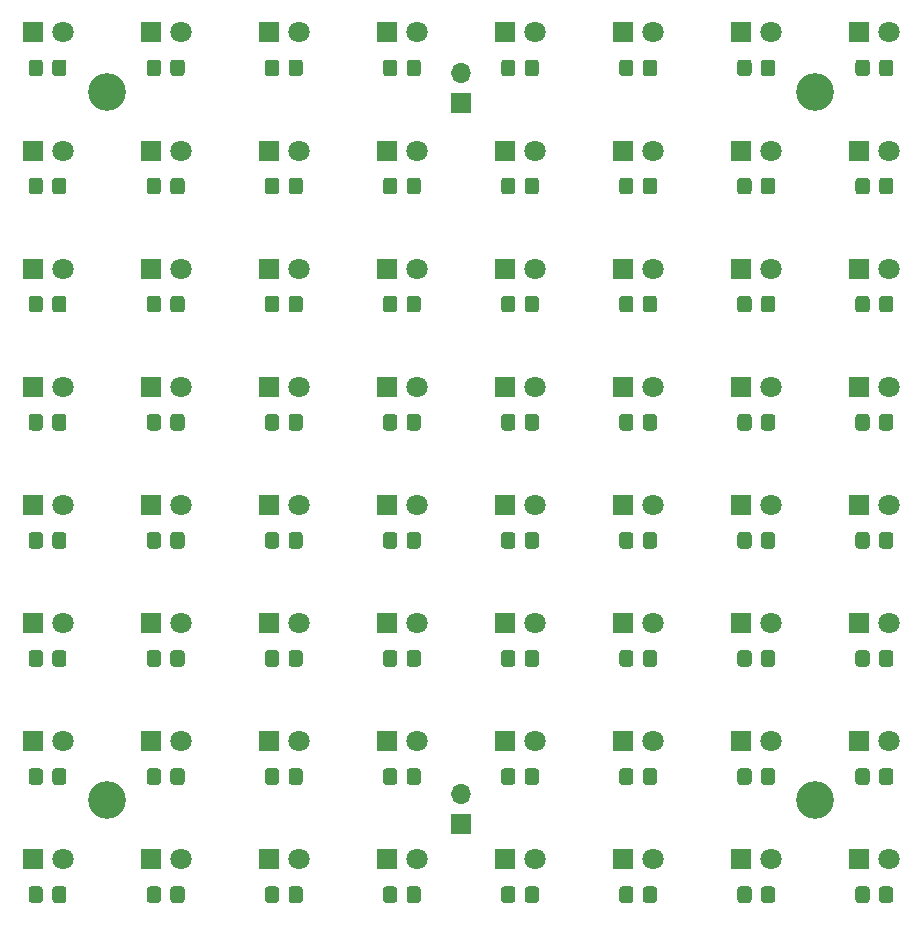
<source format=gbr>
%TF.GenerationSoftware,KiCad,Pcbnew,(5.1.9-0-10_14)*%
%TF.CreationDate,2022-01-06T22:40:05+01:00*%
%TF.ProjectId,8x8_supercomputer,3878385f-7375-4706-9572-636f6d707574,rev?*%
%TF.SameCoordinates,Original*%
%TF.FileFunction,Soldermask,Bot*%
%TF.FilePolarity,Negative*%
%FSLAX46Y46*%
G04 Gerber Fmt 4.6, Leading zero omitted, Abs format (unit mm)*
G04 Created by KiCad (PCBNEW (5.1.9-0-10_14)) date 2022-01-06 22:40:05*
%MOMM*%
%LPD*%
G01*
G04 APERTURE LIST*
%ADD10C,1.800000*%
%ADD11R,1.800000X1.800000*%
%ADD12C,3.200000*%
%ADD13O,1.700000X1.700000*%
%ADD14R,1.700000X1.700000*%
G04 APERTURE END LIST*
%TO.C,R1*%
G36*
G01*
X75400000Y-78450001D02*
X75400000Y-77549999D01*
G75*
G02*
X75649999Y-77300000I249999J0D01*
G01*
X76350001Y-77300000D01*
G75*
G02*
X76600000Y-77549999I0J-249999D01*
G01*
X76600000Y-78450001D01*
G75*
G02*
X76350001Y-78700000I-249999J0D01*
G01*
X75649999Y-78700000D01*
G75*
G02*
X75400000Y-78450001I0J249999D01*
G01*
G37*
G36*
G01*
X73400000Y-78450001D02*
X73400000Y-77549999D01*
G75*
G02*
X73649999Y-77300000I249999J0D01*
G01*
X74350001Y-77300000D01*
G75*
G02*
X74600000Y-77549999I0J-249999D01*
G01*
X74600000Y-78450001D01*
G75*
G02*
X74350001Y-78700000I-249999J0D01*
G01*
X73649999Y-78700000D01*
G75*
G02*
X73400000Y-78450001I0J249999D01*
G01*
G37*
%TD*%
%TO.C,R1*%
G36*
G01*
X65400000Y-78450001D02*
X65400000Y-77549999D01*
G75*
G02*
X65649999Y-77300000I249999J0D01*
G01*
X66350001Y-77300000D01*
G75*
G02*
X66600000Y-77549999I0J-249999D01*
G01*
X66600000Y-78450001D01*
G75*
G02*
X66350001Y-78700000I-249999J0D01*
G01*
X65649999Y-78700000D01*
G75*
G02*
X65400000Y-78450001I0J249999D01*
G01*
G37*
G36*
G01*
X63400000Y-78450001D02*
X63400000Y-77549999D01*
G75*
G02*
X63649999Y-77300000I249999J0D01*
G01*
X64350001Y-77300000D01*
G75*
G02*
X64600000Y-77549999I0J-249999D01*
G01*
X64600000Y-78450001D01*
G75*
G02*
X64350001Y-78700000I-249999J0D01*
G01*
X63649999Y-78700000D01*
G75*
G02*
X63400000Y-78450001I0J249999D01*
G01*
G37*
%TD*%
%TO.C,R1*%
G36*
G01*
X55400000Y-78450001D02*
X55400000Y-77549999D01*
G75*
G02*
X55649999Y-77300000I249999J0D01*
G01*
X56350001Y-77300000D01*
G75*
G02*
X56600000Y-77549999I0J-249999D01*
G01*
X56600000Y-78450001D01*
G75*
G02*
X56350001Y-78700000I-249999J0D01*
G01*
X55649999Y-78700000D01*
G75*
G02*
X55400000Y-78450001I0J249999D01*
G01*
G37*
G36*
G01*
X53400000Y-78450001D02*
X53400000Y-77549999D01*
G75*
G02*
X53649999Y-77300000I249999J0D01*
G01*
X54350001Y-77300000D01*
G75*
G02*
X54600000Y-77549999I0J-249999D01*
G01*
X54600000Y-78450001D01*
G75*
G02*
X54350001Y-78700000I-249999J0D01*
G01*
X53649999Y-78700000D01*
G75*
G02*
X53400000Y-78450001I0J249999D01*
G01*
G37*
%TD*%
%TO.C,R1*%
G36*
G01*
X45400000Y-78450001D02*
X45400000Y-77549999D01*
G75*
G02*
X45649999Y-77300000I249999J0D01*
G01*
X46350001Y-77300000D01*
G75*
G02*
X46600000Y-77549999I0J-249999D01*
G01*
X46600000Y-78450001D01*
G75*
G02*
X46350001Y-78700000I-249999J0D01*
G01*
X45649999Y-78700000D01*
G75*
G02*
X45400000Y-78450001I0J249999D01*
G01*
G37*
G36*
G01*
X43400000Y-78450001D02*
X43400000Y-77549999D01*
G75*
G02*
X43649999Y-77300000I249999J0D01*
G01*
X44350001Y-77300000D01*
G75*
G02*
X44600000Y-77549999I0J-249999D01*
G01*
X44600000Y-78450001D01*
G75*
G02*
X44350001Y-78700000I-249999J0D01*
G01*
X43649999Y-78700000D01*
G75*
G02*
X43400000Y-78450001I0J249999D01*
G01*
G37*
%TD*%
%TO.C,R1*%
G36*
G01*
X35400000Y-78450001D02*
X35400000Y-77549999D01*
G75*
G02*
X35649999Y-77300000I249999J0D01*
G01*
X36350001Y-77300000D01*
G75*
G02*
X36600000Y-77549999I0J-249999D01*
G01*
X36600000Y-78450001D01*
G75*
G02*
X36350001Y-78700000I-249999J0D01*
G01*
X35649999Y-78700000D01*
G75*
G02*
X35400000Y-78450001I0J249999D01*
G01*
G37*
G36*
G01*
X33400000Y-78450001D02*
X33400000Y-77549999D01*
G75*
G02*
X33649999Y-77300000I249999J0D01*
G01*
X34350001Y-77300000D01*
G75*
G02*
X34600000Y-77549999I0J-249999D01*
G01*
X34600000Y-78450001D01*
G75*
G02*
X34350001Y-78700000I-249999J0D01*
G01*
X33649999Y-78700000D01*
G75*
G02*
X33400000Y-78450001I0J249999D01*
G01*
G37*
%TD*%
%TO.C,R1*%
G36*
G01*
X25400000Y-78450001D02*
X25400000Y-77549999D01*
G75*
G02*
X25649999Y-77300000I249999J0D01*
G01*
X26350001Y-77300000D01*
G75*
G02*
X26600000Y-77549999I0J-249999D01*
G01*
X26600000Y-78450001D01*
G75*
G02*
X26350001Y-78700000I-249999J0D01*
G01*
X25649999Y-78700000D01*
G75*
G02*
X25400000Y-78450001I0J249999D01*
G01*
G37*
G36*
G01*
X23400000Y-78450001D02*
X23400000Y-77549999D01*
G75*
G02*
X23649999Y-77300000I249999J0D01*
G01*
X24350001Y-77300000D01*
G75*
G02*
X24600000Y-77549999I0J-249999D01*
G01*
X24600000Y-78450001D01*
G75*
G02*
X24350001Y-78700000I-249999J0D01*
G01*
X23649999Y-78700000D01*
G75*
G02*
X23400000Y-78450001I0J249999D01*
G01*
G37*
%TD*%
%TO.C,R1*%
G36*
G01*
X15400000Y-78450001D02*
X15400000Y-77549999D01*
G75*
G02*
X15649999Y-77300000I249999J0D01*
G01*
X16350001Y-77300000D01*
G75*
G02*
X16600000Y-77549999I0J-249999D01*
G01*
X16600000Y-78450001D01*
G75*
G02*
X16350001Y-78700000I-249999J0D01*
G01*
X15649999Y-78700000D01*
G75*
G02*
X15400000Y-78450001I0J249999D01*
G01*
G37*
G36*
G01*
X13400000Y-78450001D02*
X13400000Y-77549999D01*
G75*
G02*
X13649999Y-77300000I249999J0D01*
G01*
X14350001Y-77300000D01*
G75*
G02*
X14600000Y-77549999I0J-249999D01*
G01*
X14600000Y-78450001D01*
G75*
G02*
X14350001Y-78700000I-249999J0D01*
G01*
X13649999Y-78700000D01*
G75*
G02*
X13400000Y-78450001I0J249999D01*
G01*
G37*
%TD*%
%TO.C,R1*%
G36*
G01*
X5400000Y-78450001D02*
X5400000Y-77549999D01*
G75*
G02*
X5649999Y-77300000I249999J0D01*
G01*
X6350001Y-77300000D01*
G75*
G02*
X6600000Y-77549999I0J-249999D01*
G01*
X6600000Y-78450001D01*
G75*
G02*
X6350001Y-78700000I-249999J0D01*
G01*
X5649999Y-78700000D01*
G75*
G02*
X5400000Y-78450001I0J249999D01*
G01*
G37*
G36*
G01*
X3400000Y-78450001D02*
X3400000Y-77549999D01*
G75*
G02*
X3649999Y-77300000I249999J0D01*
G01*
X4350001Y-77300000D01*
G75*
G02*
X4600000Y-77549999I0J-249999D01*
G01*
X4600000Y-78450001D01*
G75*
G02*
X4350001Y-78700000I-249999J0D01*
G01*
X3649999Y-78700000D01*
G75*
G02*
X3400000Y-78450001I0J249999D01*
G01*
G37*
%TD*%
%TO.C,R1*%
G36*
G01*
X75400000Y-68450001D02*
X75400000Y-67549999D01*
G75*
G02*
X75649999Y-67300000I249999J0D01*
G01*
X76350001Y-67300000D01*
G75*
G02*
X76600000Y-67549999I0J-249999D01*
G01*
X76600000Y-68450001D01*
G75*
G02*
X76350001Y-68700000I-249999J0D01*
G01*
X75649999Y-68700000D01*
G75*
G02*
X75400000Y-68450001I0J249999D01*
G01*
G37*
G36*
G01*
X73400000Y-68450001D02*
X73400000Y-67549999D01*
G75*
G02*
X73649999Y-67300000I249999J0D01*
G01*
X74350001Y-67300000D01*
G75*
G02*
X74600000Y-67549999I0J-249999D01*
G01*
X74600000Y-68450001D01*
G75*
G02*
X74350001Y-68700000I-249999J0D01*
G01*
X73649999Y-68700000D01*
G75*
G02*
X73400000Y-68450001I0J249999D01*
G01*
G37*
%TD*%
%TO.C,R1*%
G36*
G01*
X65400000Y-68450001D02*
X65400000Y-67549999D01*
G75*
G02*
X65649999Y-67300000I249999J0D01*
G01*
X66350001Y-67300000D01*
G75*
G02*
X66600000Y-67549999I0J-249999D01*
G01*
X66600000Y-68450001D01*
G75*
G02*
X66350001Y-68700000I-249999J0D01*
G01*
X65649999Y-68700000D01*
G75*
G02*
X65400000Y-68450001I0J249999D01*
G01*
G37*
G36*
G01*
X63400000Y-68450001D02*
X63400000Y-67549999D01*
G75*
G02*
X63649999Y-67300000I249999J0D01*
G01*
X64350001Y-67300000D01*
G75*
G02*
X64600000Y-67549999I0J-249999D01*
G01*
X64600000Y-68450001D01*
G75*
G02*
X64350001Y-68700000I-249999J0D01*
G01*
X63649999Y-68700000D01*
G75*
G02*
X63400000Y-68450001I0J249999D01*
G01*
G37*
%TD*%
%TO.C,R1*%
G36*
G01*
X55400000Y-68450001D02*
X55400000Y-67549999D01*
G75*
G02*
X55649999Y-67300000I249999J0D01*
G01*
X56350001Y-67300000D01*
G75*
G02*
X56600000Y-67549999I0J-249999D01*
G01*
X56600000Y-68450001D01*
G75*
G02*
X56350001Y-68700000I-249999J0D01*
G01*
X55649999Y-68700000D01*
G75*
G02*
X55400000Y-68450001I0J249999D01*
G01*
G37*
G36*
G01*
X53400000Y-68450001D02*
X53400000Y-67549999D01*
G75*
G02*
X53649999Y-67300000I249999J0D01*
G01*
X54350001Y-67300000D01*
G75*
G02*
X54600000Y-67549999I0J-249999D01*
G01*
X54600000Y-68450001D01*
G75*
G02*
X54350001Y-68700000I-249999J0D01*
G01*
X53649999Y-68700000D01*
G75*
G02*
X53400000Y-68450001I0J249999D01*
G01*
G37*
%TD*%
%TO.C,R1*%
G36*
G01*
X45400000Y-68450001D02*
X45400000Y-67549999D01*
G75*
G02*
X45649999Y-67300000I249999J0D01*
G01*
X46350001Y-67300000D01*
G75*
G02*
X46600000Y-67549999I0J-249999D01*
G01*
X46600000Y-68450001D01*
G75*
G02*
X46350001Y-68700000I-249999J0D01*
G01*
X45649999Y-68700000D01*
G75*
G02*
X45400000Y-68450001I0J249999D01*
G01*
G37*
G36*
G01*
X43400000Y-68450001D02*
X43400000Y-67549999D01*
G75*
G02*
X43649999Y-67300000I249999J0D01*
G01*
X44350001Y-67300000D01*
G75*
G02*
X44600000Y-67549999I0J-249999D01*
G01*
X44600000Y-68450001D01*
G75*
G02*
X44350001Y-68700000I-249999J0D01*
G01*
X43649999Y-68700000D01*
G75*
G02*
X43400000Y-68450001I0J249999D01*
G01*
G37*
%TD*%
%TO.C,R1*%
G36*
G01*
X35400000Y-68450001D02*
X35400000Y-67549999D01*
G75*
G02*
X35649999Y-67300000I249999J0D01*
G01*
X36350001Y-67300000D01*
G75*
G02*
X36600000Y-67549999I0J-249999D01*
G01*
X36600000Y-68450001D01*
G75*
G02*
X36350001Y-68700000I-249999J0D01*
G01*
X35649999Y-68700000D01*
G75*
G02*
X35400000Y-68450001I0J249999D01*
G01*
G37*
G36*
G01*
X33400000Y-68450001D02*
X33400000Y-67549999D01*
G75*
G02*
X33649999Y-67300000I249999J0D01*
G01*
X34350001Y-67300000D01*
G75*
G02*
X34600000Y-67549999I0J-249999D01*
G01*
X34600000Y-68450001D01*
G75*
G02*
X34350001Y-68700000I-249999J0D01*
G01*
X33649999Y-68700000D01*
G75*
G02*
X33400000Y-68450001I0J249999D01*
G01*
G37*
%TD*%
%TO.C,R1*%
G36*
G01*
X25400000Y-68450001D02*
X25400000Y-67549999D01*
G75*
G02*
X25649999Y-67300000I249999J0D01*
G01*
X26350001Y-67300000D01*
G75*
G02*
X26600000Y-67549999I0J-249999D01*
G01*
X26600000Y-68450001D01*
G75*
G02*
X26350001Y-68700000I-249999J0D01*
G01*
X25649999Y-68700000D01*
G75*
G02*
X25400000Y-68450001I0J249999D01*
G01*
G37*
G36*
G01*
X23400000Y-68450001D02*
X23400000Y-67549999D01*
G75*
G02*
X23649999Y-67300000I249999J0D01*
G01*
X24350001Y-67300000D01*
G75*
G02*
X24600000Y-67549999I0J-249999D01*
G01*
X24600000Y-68450001D01*
G75*
G02*
X24350001Y-68700000I-249999J0D01*
G01*
X23649999Y-68700000D01*
G75*
G02*
X23400000Y-68450001I0J249999D01*
G01*
G37*
%TD*%
%TO.C,R1*%
G36*
G01*
X15400000Y-68450001D02*
X15400000Y-67549999D01*
G75*
G02*
X15649999Y-67300000I249999J0D01*
G01*
X16350001Y-67300000D01*
G75*
G02*
X16600000Y-67549999I0J-249999D01*
G01*
X16600000Y-68450001D01*
G75*
G02*
X16350001Y-68700000I-249999J0D01*
G01*
X15649999Y-68700000D01*
G75*
G02*
X15400000Y-68450001I0J249999D01*
G01*
G37*
G36*
G01*
X13400000Y-68450001D02*
X13400000Y-67549999D01*
G75*
G02*
X13649999Y-67300000I249999J0D01*
G01*
X14350001Y-67300000D01*
G75*
G02*
X14600000Y-67549999I0J-249999D01*
G01*
X14600000Y-68450001D01*
G75*
G02*
X14350001Y-68700000I-249999J0D01*
G01*
X13649999Y-68700000D01*
G75*
G02*
X13400000Y-68450001I0J249999D01*
G01*
G37*
%TD*%
%TO.C,R1*%
G36*
G01*
X5400000Y-68450001D02*
X5400000Y-67549999D01*
G75*
G02*
X5649999Y-67300000I249999J0D01*
G01*
X6350001Y-67300000D01*
G75*
G02*
X6600000Y-67549999I0J-249999D01*
G01*
X6600000Y-68450001D01*
G75*
G02*
X6350001Y-68700000I-249999J0D01*
G01*
X5649999Y-68700000D01*
G75*
G02*
X5400000Y-68450001I0J249999D01*
G01*
G37*
G36*
G01*
X3400000Y-68450001D02*
X3400000Y-67549999D01*
G75*
G02*
X3649999Y-67300000I249999J0D01*
G01*
X4350001Y-67300000D01*
G75*
G02*
X4600000Y-67549999I0J-249999D01*
G01*
X4600000Y-68450001D01*
G75*
G02*
X4350001Y-68700000I-249999J0D01*
G01*
X3649999Y-68700000D01*
G75*
G02*
X3400000Y-68450001I0J249999D01*
G01*
G37*
%TD*%
%TO.C,R1*%
G36*
G01*
X75400000Y-58450001D02*
X75400000Y-57549999D01*
G75*
G02*
X75649999Y-57300000I249999J0D01*
G01*
X76350001Y-57300000D01*
G75*
G02*
X76600000Y-57549999I0J-249999D01*
G01*
X76600000Y-58450001D01*
G75*
G02*
X76350001Y-58700000I-249999J0D01*
G01*
X75649999Y-58700000D01*
G75*
G02*
X75400000Y-58450001I0J249999D01*
G01*
G37*
G36*
G01*
X73400000Y-58450001D02*
X73400000Y-57549999D01*
G75*
G02*
X73649999Y-57300000I249999J0D01*
G01*
X74350001Y-57300000D01*
G75*
G02*
X74600000Y-57549999I0J-249999D01*
G01*
X74600000Y-58450001D01*
G75*
G02*
X74350001Y-58700000I-249999J0D01*
G01*
X73649999Y-58700000D01*
G75*
G02*
X73400000Y-58450001I0J249999D01*
G01*
G37*
%TD*%
%TO.C,R1*%
G36*
G01*
X65400000Y-58450001D02*
X65400000Y-57549999D01*
G75*
G02*
X65649999Y-57300000I249999J0D01*
G01*
X66350001Y-57300000D01*
G75*
G02*
X66600000Y-57549999I0J-249999D01*
G01*
X66600000Y-58450001D01*
G75*
G02*
X66350001Y-58700000I-249999J0D01*
G01*
X65649999Y-58700000D01*
G75*
G02*
X65400000Y-58450001I0J249999D01*
G01*
G37*
G36*
G01*
X63400000Y-58450001D02*
X63400000Y-57549999D01*
G75*
G02*
X63649999Y-57300000I249999J0D01*
G01*
X64350001Y-57300000D01*
G75*
G02*
X64600000Y-57549999I0J-249999D01*
G01*
X64600000Y-58450001D01*
G75*
G02*
X64350001Y-58700000I-249999J0D01*
G01*
X63649999Y-58700000D01*
G75*
G02*
X63400000Y-58450001I0J249999D01*
G01*
G37*
%TD*%
%TO.C,R1*%
G36*
G01*
X55400000Y-58450001D02*
X55400000Y-57549999D01*
G75*
G02*
X55649999Y-57300000I249999J0D01*
G01*
X56350001Y-57300000D01*
G75*
G02*
X56600000Y-57549999I0J-249999D01*
G01*
X56600000Y-58450001D01*
G75*
G02*
X56350001Y-58700000I-249999J0D01*
G01*
X55649999Y-58700000D01*
G75*
G02*
X55400000Y-58450001I0J249999D01*
G01*
G37*
G36*
G01*
X53400000Y-58450001D02*
X53400000Y-57549999D01*
G75*
G02*
X53649999Y-57300000I249999J0D01*
G01*
X54350001Y-57300000D01*
G75*
G02*
X54600000Y-57549999I0J-249999D01*
G01*
X54600000Y-58450001D01*
G75*
G02*
X54350001Y-58700000I-249999J0D01*
G01*
X53649999Y-58700000D01*
G75*
G02*
X53400000Y-58450001I0J249999D01*
G01*
G37*
%TD*%
%TO.C,R1*%
G36*
G01*
X45400000Y-58450001D02*
X45400000Y-57549999D01*
G75*
G02*
X45649999Y-57300000I249999J0D01*
G01*
X46350001Y-57300000D01*
G75*
G02*
X46600000Y-57549999I0J-249999D01*
G01*
X46600000Y-58450001D01*
G75*
G02*
X46350001Y-58700000I-249999J0D01*
G01*
X45649999Y-58700000D01*
G75*
G02*
X45400000Y-58450001I0J249999D01*
G01*
G37*
G36*
G01*
X43400000Y-58450001D02*
X43400000Y-57549999D01*
G75*
G02*
X43649999Y-57300000I249999J0D01*
G01*
X44350001Y-57300000D01*
G75*
G02*
X44600000Y-57549999I0J-249999D01*
G01*
X44600000Y-58450001D01*
G75*
G02*
X44350001Y-58700000I-249999J0D01*
G01*
X43649999Y-58700000D01*
G75*
G02*
X43400000Y-58450001I0J249999D01*
G01*
G37*
%TD*%
%TO.C,R1*%
G36*
G01*
X35400000Y-58450001D02*
X35400000Y-57549999D01*
G75*
G02*
X35649999Y-57300000I249999J0D01*
G01*
X36350001Y-57300000D01*
G75*
G02*
X36600000Y-57549999I0J-249999D01*
G01*
X36600000Y-58450001D01*
G75*
G02*
X36350001Y-58700000I-249999J0D01*
G01*
X35649999Y-58700000D01*
G75*
G02*
X35400000Y-58450001I0J249999D01*
G01*
G37*
G36*
G01*
X33400000Y-58450001D02*
X33400000Y-57549999D01*
G75*
G02*
X33649999Y-57300000I249999J0D01*
G01*
X34350001Y-57300000D01*
G75*
G02*
X34600000Y-57549999I0J-249999D01*
G01*
X34600000Y-58450001D01*
G75*
G02*
X34350001Y-58700000I-249999J0D01*
G01*
X33649999Y-58700000D01*
G75*
G02*
X33400000Y-58450001I0J249999D01*
G01*
G37*
%TD*%
%TO.C,R1*%
G36*
G01*
X25400000Y-58450001D02*
X25400000Y-57549999D01*
G75*
G02*
X25649999Y-57300000I249999J0D01*
G01*
X26350001Y-57300000D01*
G75*
G02*
X26600000Y-57549999I0J-249999D01*
G01*
X26600000Y-58450001D01*
G75*
G02*
X26350001Y-58700000I-249999J0D01*
G01*
X25649999Y-58700000D01*
G75*
G02*
X25400000Y-58450001I0J249999D01*
G01*
G37*
G36*
G01*
X23400000Y-58450001D02*
X23400000Y-57549999D01*
G75*
G02*
X23649999Y-57300000I249999J0D01*
G01*
X24350001Y-57300000D01*
G75*
G02*
X24600000Y-57549999I0J-249999D01*
G01*
X24600000Y-58450001D01*
G75*
G02*
X24350001Y-58700000I-249999J0D01*
G01*
X23649999Y-58700000D01*
G75*
G02*
X23400000Y-58450001I0J249999D01*
G01*
G37*
%TD*%
%TO.C,R1*%
G36*
G01*
X15400000Y-58450001D02*
X15400000Y-57549999D01*
G75*
G02*
X15649999Y-57300000I249999J0D01*
G01*
X16350001Y-57300000D01*
G75*
G02*
X16600000Y-57549999I0J-249999D01*
G01*
X16600000Y-58450001D01*
G75*
G02*
X16350001Y-58700000I-249999J0D01*
G01*
X15649999Y-58700000D01*
G75*
G02*
X15400000Y-58450001I0J249999D01*
G01*
G37*
G36*
G01*
X13400000Y-58450001D02*
X13400000Y-57549999D01*
G75*
G02*
X13649999Y-57300000I249999J0D01*
G01*
X14350001Y-57300000D01*
G75*
G02*
X14600000Y-57549999I0J-249999D01*
G01*
X14600000Y-58450001D01*
G75*
G02*
X14350001Y-58700000I-249999J0D01*
G01*
X13649999Y-58700000D01*
G75*
G02*
X13400000Y-58450001I0J249999D01*
G01*
G37*
%TD*%
%TO.C,R1*%
G36*
G01*
X5400000Y-58450001D02*
X5400000Y-57549999D01*
G75*
G02*
X5649999Y-57300000I249999J0D01*
G01*
X6350001Y-57300000D01*
G75*
G02*
X6600000Y-57549999I0J-249999D01*
G01*
X6600000Y-58450001D01*
G75*
G02*
X6350001Y-58700000I-249999J0D01*
G01*
X5649999Y-58700000D01*
G75*
G02*
X5400000Y-58450001I0J249999D01*
G01*
G37*
G36*
G01*
X3400000Y-58450001D02*
X3400000Y-57549999D01*
G75*
G02*
X3649999Y-57300000I249999J0D01*
G01*
X4350001Y-57300000D01*
G75*
G02*
X4600000Y-57549999I0J-249999D01*
G01*
X4600000Y-58450001D01*
G75*
G02*
X4350001Y-58700000I-249999J0D01*
G01*
X3649999Y-58700000D01*
G75*
G02*
X3400000Y-58450001I0J249999D01*
G01*
G37*
%TD*%
%TO.C,R1*%
G36*
G01*
X75400000Y-48450001D02*
X75400000Y-47549999D01*
G75*
G02*
X75649999Y-47300000I249999J0D01*
G01*
X76350001Y-47300000D01*
G75*
G02*
X76600000Y-47549999I0J-249999D01*
G01*
X76600000Y-48450001D01*
G75*
G02*
X76350001Y-48700000I-249999J0D01*
G01*
X75649999Y-48700000D01*
G75*
G02*
X75400000Y-48450001I0J249999D01*
G01*
G37*
G36*
G01*
X73400000Y-48450001D02*
X73400000Y-47549999D01*
G75*
G02*
X73649999Y-47300000I249999J0D01*
G01*
X74350001Y-47300000D01*
G75*
G02*
X74600000Y-47549999I0J-249999D01*
G01*
X74600000Y-48450001D01*
G75*
G02*
X74350001Y-48700000I-249999J0D01*
G01*
X73649999Y-48700000D01*
G75*
G02*
X73400000Y-48450001I0J249999D01*
G01*
G37*
%TD*%
%TO.C,R1*%
G36*
G01*
X65400000Y-48450001D02*
X65400000Y-47549999D01*
G75*
G02*
X65649999Y-47300000I249999J0D01*
G01*
X66350001Y-47300000D01*
G75*
G02*
X66600000Y-47549999I0J-249999D01*
G01*
X66600000Y-48450001D01*
G75*
G02*
X66350001Y-48700000I-249999J0D01*
G01*
X65649999Y-48700000D01*
G75*
G02*
X65400000Y-48450001I0J249999D01*
G01*
G37*
G36*
G01*
X63400000Y-48450001D02*
X63400000Y-47549999D01*
G75*
G02*
X63649999Y-47300000I249999J0D01*
G01*
X64350001Y-47300000D01*
G75*
G02*
X64600000Y-47549999I0J-249999D01*
G01*
X64600000Y-48450001D01*
G75*
G02*
X64350001Y-48700000I-249999J0D01*
G01*
X63649999Y-48700000D01*
G75*
G02*
X63400000Y-48450001I0J249999D01*
G01*
G37*
%TD*%
%TO.C,R1*%
G36*
G01*
X55400000Y-48450001D02*
X55400000Y-47549999D01*
G75*
G02*
X55649999Y-47300000I249999J0D01*
G01*
X56350001Y-47300000D01*
G75*
G02*
X56600000Y-47549999I0J-249999D01*
G01*
X56600000Y-48450001D01*
G75*
G02*
X56350001Y-48700000I-249999J0D01*
G01*
X55649999Y-48700000D01*
G75*
G02*
X55400000Y-48450001I0J249999D01*
G01*
G37*
G36*
G01*
X53400000Y-48450001D02*
X53400000Y-47549999D01*
G75*
G02*
X53649999Y-47300000I249999J0D01*
G01*
X54350001Y-47300000D01*
G75*
G02*
X54600000Y-47549999I0J-249999D01*
G01*
X54600000Y-48450001D01*
G75*
G02*
X54350001Y-48700000I-249999J0D01*
G01*
X53649999Y-48700000D01*
G75*
G02*
X53400000Y-48450001I0J249999D01*
G01*
G37*
%TD*%
%TO.C,R1*%
G36*
G01*
X45400000Y-48450001D02*
X45400000Y-47549999D01*
G75*
G02*
X45649999Y-47300000I249999J0D01*
G01*
X46350001Y-47300000D01*
G75*
G02*
X46600000Y-47549999I0J-249999D01*
G01*
X46600000Y-48450001D01*
G75*
G02*
X46350001Y-48700000I-249999J0D01*
G01*
X45649999Y-48700000D01*
G75*
G02*
X45400000Y-48450001I0J249999D01*
G01*
G37*
G36*
G01*
X43400000Y-48450001D02*
X43400000Y-47549999D01*
G75*
G02*
X43649999Y-47300000I249999J0D01*
G01*
X44350001Y-47300000D01*
G75*
G02*
X44600000Y-47549999I0J-249999D01*
G01*
X44600000Y-48450001D01*
G75*
G02*
X44350001Y-48700000I-249999J0D01*
G01*
X43649999Y-48700000D01*
G75*
G02*
X43400000Y-48450001I0J249999D01*
G01*
G37*
%TD*%
%TO.C,R1*%
G36*
G01*
X35400000Y-48450001D02*
X35400000Y-47549999D01*
G75*
G02*
X35649999Y-47300000I249999J0D01*
G01*
X36350001Y-47300000D01*
G75*
G02*
X36600000Y-47549999I0J-249999D01*
G01*
X36600000Y-48450001D01*
G75*
G02*
X36350001Y-48700000I-249999J0D01*
G01*
X35649999Y-48700000D01*
G75*
G02*
X35400000Y-48450001I0J249999D01*
G01*
G37*
G36*
G01*
X33400000Y-48450001D02*
X33400000Y-47549999D01*
G75*
G02*
X33649999Y-47300000I249999J0D01*
G01*
X34350001Y-47300000D01*
G75*
G02*
X34600000Y-47549999I0J-249999D01*
G01*
X34600000Y-48450001D01*
G75*
G02*
X34350001Y-48700000I-249999J0D01*
G01*
X33649999Y-48700000D01*
G75*
G02*
X33400000Y-48450001I0J249999D01*
G01*
G37*
%TD*%
%TO.C,R1*%
G36*
G01*
X25400000Y-48450001D02*
X25400000Y-47549999D01*
G75*
G02*
X25649999Y-47300000I249999J0D01*
G01*
X26350001Y-47300000D01*
G75*
G02*
X26600000Y-47549999I0J-249999D01*
G01*
X26600000Y-48450001D01*
G75*
G02*
X26350001Y-48700000I-249999J0D01*
G01*
X25649999Y-48700000D01*
G75*
G02*
X25400000Y-48450001I0J249999D01*
G01*
G37*
G36*
G01*
X23400000Y-48450001D02*
X23400000Y-47549999D01*
G75*
G02*
X23649999Y-47300000I249999J0D01*
G01*
X24350001Y-47300000D01*
G75*
G02*
X24600000Y-47549999I0J-249999D01*
G01*
X24600000Y-48450001D01*
G75*
G02*
X24350001Y-48700000I-249999J0D01*
G01*
X23649999Y-48700000D01*
G75*
G02*
X23400000Y-48450001I0J249999D01*
G01*
G37*
%TD*%
%TO.C,R1*%
G36*
G01*
X15400000Y-48450001D02*
X15400000Y-47549999D01*
G75*
G02*
X15649999Y-47300000I249999J0D01*
G01*
X16350001Y-47300000D01*
G75*
G02*
X16600000Y-47549999I0J-249999D01*
G01*
X16600000Y-48450001D01*
G75*
G02*
X16350001Y-48700000I-249999J0D01*
G01*
X15649999Y-48700000D01*
G75*
G02*
X15400000Y-48450001I0J249999D01*
G01*
G37*
G36*
G01*
X13400000Y-48450001D02*
X13400000Y-47549999D01*
G75*
G02*
X13649999Y-47300000I249999J0D01*
G01*
X14350001Y-47300000D01*
G75*
G02*
X14600000Y-47549999I0J-249999D01*
G01*
X14600000Y-48450001D01*
G75*
G02*
X14350001Y-48700000I-249999J0D01*
G01*
X13649999Y-48700000D01*
G75*
G02*
X13400000Y-48450001I0J249999D01*
G01*
G37*
%TD*%
%TO.C,R1*%
G36*
G01*
X5400000Y-48450001D02*
X5400000Y-47549999D01*
G75*
G02*
X5649999Y-47300000I249999J0D01*
G01*
X6350001Y-47300000D01*
G75*
G02*
X6600000Y-47549999I0J-249999D01*
G01*
X6600000Y-48450001D01*
G75*
G02*
X6350001Y-48700000I-249999J0D01*
G01*
X5649999Y-48700000D01*
G75*
G02*
X5400000Y-48450001I0J249999D01*
G01*
G37*
G36*
G01*
X3400000Y-48450001D02*
X3400000Y-47549999D01*
G75*
G02*
X3649999Y-47300000I249999J0D01*
G01*
X4350001Y-47300000D01*
G75*
G02*
X4600000Y-47549999I0J-249999D01*
G01*
X4600000Y-48450001D01*
G75*
G02*
X4350001Y-48700000I-249999J0D01*
G01*
X3649999Y-48700000D01*
G75*
G02*
X3400000Y-48450001I0J249999D01*
G01*
G37*
%TD*%
%TO.C,R1*%
G36*
G01*
X75400000Y-38450001D02*
X75400000Y-37549999D01*
G75*
G02*
X75649999Y-37300000I249999J0D01*
G01*
X76350001Y-37300000D01*
G75*
G02*
X76600000Y-37549999I0J-249999D01*
G01*
X76600000Y-38450001D01*
G75*
G02*
X76350001Y-38700000I-249999J0D01*
G01*
X75649999Y-38700000D01*
G75*
G02*
X75400000Y-38450001I0J249999D01*
G01*
G37*
G36*
G01*
X73400000Y-38450001D02*
X73400000Y-37549999D01*
G75*
G02*
X73649999Y-37300000I249999J0D01*
G01*
X74350001Y-37300000D01*
G75*
G02*
X74600000Y-37549999I0J-249999D01*
G01*
X74600000Y-38450001D01*
G75*
G02*
X74350001Y-38700000I-249999J0D01*
G01*
X73649999Y-38700000D01*
G75*
G02*
X73400000Y-38450001I0J249999D01*
G01*
G37*
%TD*%
%TO.C,R1*%
G36*
G01*
X65400000Y-38450001D02*
X65400000Y-37549999D01*
G75*
G02*
X65649999Y-37300000I249999J0D01*
G01*
X66350001Y-37300000D01*
G75*
G02*
X66600000Y-37549999I0J-249999D01*
G01*
X66600000Y-38450001D01*
G75*
G02*
X66350001Y-38700000I-249999J0D01*
G01*
X65649999Y-38700000D01*
G75*
G02*
X65400000Y-38450001I0J249999D01*
G01*
G37*
G36*
G01*
X63400000Y-38450001D02*
X63400000Y-37549999D01*
G75*
G02*
X63649999Y-37300000I249999J0D01*
G01*
X64350001Y-37300000D01*
G75*
G02*
X64600000Y-37549999I0J-249999D01*
G01*
X64600000Y-38450001D01*
G75*
G02*
X64350001Y-38700000I-249999J0D01*
G01*
X63649999Y-38700000D01*
G75*
G02*
X63400000Y-38450001I0J249999D01*
G01*
G37*
%TD*%
%TO.C,R1*%
G36*
G01*
X55400000Y-38450001D02*
X55400000Y-37549999D01*
G75*
G02*
X55649999Y-37300000I249999J0D01*
G01*
X56350001Y-37300000D01*
G75*
G02*
X56600000Y-37549999I0J-249999D01*
G01*
X56600000Y-38450001D01*
G75*
G02*
X56350001Y-38700000I-249999J0D01*
G01*
X55649999Y-38700000D01*
G75*
G02*
X55400000Y-38450001I0J249999D01*
G01*
G37*
G36*
G01*
X53400000Y-38450001D02*
X53400000Y-37549999D01*
G75*
G02*
X53649999Y-37300000I249999J0D01*
G01*
X54350001Y-37300000D01*
G75*
G02*
X54600000Y-37549999I0J-249999D01*
G01*
X54600000Y-38450001D01*
G75*
G02*
X54350001Y-38700000I-249999J0D01*
G01*
X53649999Y-38700000D01*
G75*
G02*
X53400000Y-38450001I0J249999D01*
G01*
G37*
%TD*%
%TO.C,R1*%
G36*
G01*
X45400000Y-38450001D02*
X45400000Y-37549999D01*
G75*
G02*
X45649999Y-37300000I249999J0D01*
G01*
X46350001Y-37300000D01*
G75*
G02*
X46600000Y-37549999I0J-249999D01*
G01*
X46600000Y-38450001D01*
G75*
G02*
X46350001Y-38700000I-249999J0D01*
G01*
X45649999Y-38700000D01*
G75*
G02*
X45400000Y-38450001I0J249999D01*
G01*
G37*
G36*
G01*
X43400000Y-38450001D02*
X43400000Y-37549999D01*
G75*
G02*
X43649999Y-37300000I249999J0D01*
G01*
X44350001Y-37300000D01*
G75*
G02*
X44600000Y-37549999I0J-249999D01*
G01*
X44600000Y-38450001D01*
G75*
G02*
X44350001Y-38700000I-249999J0D01*
G01*
X43649999Y-38700000D01*
G75*
G02*
X43400000Y-38450001I0J249999D01*
G01*
G37*
%TD*%
%TO.C,R1*%
G36*
G01*
X35400000Y-38450001D02*
X35400000Y-37549999D01*
G75*
G02*
X35649999Y-37300000I249999J0D01*
G01*
X36350001Y-37300000D01*
G75*
G02*
X36600000Y-37549999I0J-249999D01*
G01*
X36600000Y-38450001D01*
G75*
G02*
X36350001Y-38700000I-249999J0D01*
G01*
X35649999Y-38700000D01*
G75*
G02*
X35400000Y-38450001I0J249999D01*
G01*
G37*
G36*
G01*
X33400000Y-38450001D02*
X33400000Y-37549999D01*
G75*
G02*
X33649999Y-37300000I249999J0D01*
G01*
X34350001Y-37300000D01*
G75*
G02*
X34600000Y-37549999I0J-249999D01*
G01*
X34600000Y-38450001D01*
G75*
G02*
X34350001Y-38700000I-249999J0D01*
G01*
X33649999Y-38700000D01*
G75*
G02*
X33400000Y-38450001I0J249999D01*
G01*
G37*
%TD*%
%TO.C,R1*%
G36*
G01*
X25400000Y-38450001D02*
X25400000Y-37549999D01*
G75*
G02*
X25649999Y-37300000I249999J0D01*
G01*
X26350001Y-37300000D01*
G75*
G02*
X26600000Y-37549999I0J-249999D01*
G01*
X26600000Y-38450001D01*
G75*
G02*
X26350001Y-38700000I-249999J0D01*
G01*
X25649999Y-38700000D01*
G75*
G02*
X25400000Y-38450001I0J249999D01*
G01*
G37*
G36*
G01*
X23400000Y-38450001D02*
X23400000Y-37549999D01*
G75*
G02*
X23649999Y-37300000I249999J0D01*
G01*
X24350001Y-37300000D01*
G75*
G02*
X24600000Y-37549999I0J-249999D01*
G01*
X24600000Y-38450001D01*
G75*
G02*
X24350001Y-38700000I-249999J0D01*
G01*
X23649999Y-38700000D01*
G75*
G02*
X23400000Y-38450001I0J249999D01*
G01*
G37*
%TD*%
%TO.C,R1*%
G36*
G01*
X15400000Y-38450001D02*
X15400000Y-37549999D01*
G75*
G02*
X15649999Y-37300000I249999J0D01*
G01*
X16350001Y-37300000D01*
G75*
G02*
X16600000Y-37549999I0J-249999D01*
G01*
X16600000Y-38450001D01*
G75*
G02*
X16350001Y-38700000I-249999J0D01*
G01*
X15649999Y-38700000D01*
G75*
G02*
X15400000Y-38450001I0J249999D01*
G01*
G37*
G36*
G01*
X13400000Y-38450001D02*
X13400000Y-37549999D01*
G75*
G02*
X13649999Y-37300000I249999J0D01*
G01*
X14350001Y-37300000D01*
G75*
G02*
X14600000Y-37549999I0J-249999D01*
G01*
X14600000Y-38450001D01*
G75*
G02*
X14350001Y-38700000I-249999J0D01*
G01*
X13649999Y-38700000D01*
G75*
G02*
X13400000Y-38450001I0J249999D01*
G01*
G37*
%TD*%
%TO.C,R1*%
G36*
G01*
X5400000Y-38450001D02*
X5400000Y-37549999D01*
G75*
G02*
X5649999Y-37300000I249999J0D01*
G01*
X6350001Y-37300000D01*
G75*
G02*
X6600000Y-37549999I0J-249999D01*
G01*
X6600000Y-38450001D01*
G75*
G02*
X6350001Y-38700000I-249999J0D01*
G01*
X5649999Y-38700000D01*
G75*
G02*
X5400000Y-38450001I0J249999D01*
G01*
G37*
G36*
G01*
X3400000Y-38450001D02*
X3400000Y-37549999D01*
G75*
G02*
X3649999Y-37300000I249999J0D01*
G01*
X4350001Y-37300000D01*
G75*
G02*
X4600000Y-37549999I0J-249999D01*
G01*
X4600000Y-38450001D01*
G75*
G02*
X4350001Y-38700000I-249999J0D01*
G01*
X3649999Y-38700000D01*
G75*
G02*
X3400000Y-38450001I0J249999D01*
G01*
G37*
%TD*%
%TO.C,R1*%
G36*
G01*
X75400000Y-28450001D02*
X75400000Y-27549999D01*
G75*
G02*
X75649999Y-27300000I249999J0D01*
G01*
X76350001Y-27300000D01*
G75*
G02*
X76600000Y-27549999I0J-249999D01*
G01*
X76600000Y-28450001D01*
G75*
G02*
X76350001Y-28700000I-249999J0D01*
G01*
X75649999Y-28700000D01*
G75*
G02*
X75400000Y-28450001I0J249999D01*
G01*
G37*
G36*
G01*
X73400000Y-28450001D02*
X73400000Y-27549999D01*
G75*
G02*
X73649999Y-27300000I249999J0D01*
G01*
X74350001Y-27300000D01*
G75*
G02*
X74600000Y-27549999I0J-249999D01*
G01*
X74600000Y-28450001D01*
G75*
G02*
X74350001Y-28700000I-249999J0D01*
G01*
X73649999Y-28700000D01*
G75*
G02*
X73400000Y-28450001I0J249999D01*
G01*
G37*
%TD*%
%TO.C,R1*%
G36*
G01*
X65400000Y-28450001D02*
X65400000Y-27549999D01*
G75*
G02*
X65649999Y-27300000I249999J0D01*
G01*
X66350001Y-27300000D01*
G75*
G02*
X66600000Y-27549999I0J-249999D01*
G01*
X66600000Y-28450001D01*
G75*
G02*
X66350001Y-28700000I-249999J0D01*
G01*
X65649999Y-28700000D01*
G75*
G02*
X65400000Y-28450001I0J249999D01*
G01*
G37*
G36*
G01*
X63400000Y-28450001D02*
X63400000Y-27549999D01*
G75*
G02*
X63649999Y-27300000I249999J0D01*
G01*
X64350001Y-27300000D01*
G75*
G02*
X64600000Y-27549999I0J-249999D01*
G01*
X64600000Y-28450001D01*
G75*
G02*
X64350001Y-28700000I-249999J0D01*
G01*
X63649999Y-28700000D01*
G75*
G02*
X63400000Y-28450001I0J249999D01*
G01*
G37*
%TD*%
%TO.C,R1*%
G36*
G01*
X55400000Y-28450001D02*
X55400000Y-27549999D01*
G75*
G02*
X55649999Y-27300000I249999J0D01*
G01*
X56350001Y-27300000D01*
G75*
G02*
X56600000Y-27549999I0J-249999D01*
G01*
X56600000Y-28450001D01*
G75*
G02*
X56350001Y-28700000I-249999J0D01*
G01*
X55649999Y-28700000D01*
G75*
G02*
X55400000Y-28450001I0J249999D01*
G01*
G37*
G36*
G01*
X53400000Y-28450001D02*
X53400000Y-27549999D01*
G75*
G02*
X53649999Y-27300000I249999J0D01*
G01*
X54350001Y-27300000D01*
G75*
G02*
X54600000Y-27549999I0J-249999D01*
G01*
X54600000Y-28450001D01*
G75*
G02*
X54350001Y-28700000I-249999J0D01*
G01*
X53649999Y-28700000D01*
G75*
G02*
X53400000Y-28450001I0J249999D01*
G01*
G37*
%TD*%
%TO.C,R1*%
G36*
G01*
X45400000Y-28450001D02*
X45400000Y-27549999D01*
G75*
G02*
X45649999Y-27300000I249999J0D01*
G01*
X46350001Y-27300000D01*
G75*
G02*
X46600000Y-27549999I0J-249999D01*
G01*
X46600000Y-28450001D01*
G75*
G02*
X46350001Y-28700000I-249999J0D01*
G01*
X45649999Y-28700000D01*
G75*
G02*
X45400000Y-28450001I0J249999D01*
G01*
G37*
G36*
G01*
X43400000Y-28450001D02*
X43400000Y-27549999D01*
G75*
G02*
X43649999Y-27300000I249999J0D01*
G01*
X44350001Y-27300000D01*
G75*
G02*
X44600000Y-27549999I0J-249999D01*
G01*
X44600000Y-28450001D01*
G75*
G02*
X44350001Y-28700000I-249999J0D01*
G01*
X43649999Y-28700000D01*
G75*
G02*
X43400000Y-28450001I0J249999D01*
G01*
G37*
%TD*%
%TO.C,R1*%
G36*
G01*
X35400000Y-28450001D02*
X35400000Y-27549999D01*
G75*
G02*
X35649999Y-27300000I249999J0D01*
G01*
X36350001Y-27300000D01*
G75*
G02*
X36600000Y-27549999I0J-249999D01*
G01*
X36600000Y-28450001D01*
G75*
G02*
X36350001Y-28700000I-249999J0D01*
G01*
X35649999Y-28700000D01*
G75*
G02*
X35400000Y-28450001I0J249999D01*
G01*
G37*
G36*
G01*
X33400000Y-28450001D02*
X33400000Y-27549999D01*
G75*
G02*
X33649999Y-27300000I249999J0D01*
G01*
X34350001Y-27300000D01*
G75*
G02*
X34600000Y-27549999I0J-249999D01*
G01*
X34600000Y-28450001D01*
G75*
G02*
X34350001Y-28700000I-249999J0D01*
G01*
X33649999Y-28700000D01*
G75*
G02*
X33400000Y-28450001I0J249999D01*
G01*
G37*
%TD*%
%TO.C,R1*%
G36*
G01*
X25400000Y-28450001D02*
X25400000Y-27549999D01*
G75*
G02*
X25649999Y-27300000I249999J0D01*
G01*
X26350001Y-27300000D01*
G75*
G02*
X26600000Y-27549999I0J-249999D01*
G01*
X26600000Y-28450001D01*
G75*
G02*
X26350001Y-28700000I-249999J0D01*
G01*
X25649999Y-28700000D01*
G75*
G02*
X25400000Y-28450001I0J249999D01*
G01*
G37*
G36*
G01*
X23400000Y-28450001D02*
X23400000Y-27549999D01*
G75*
G02*
X23649999Y-27300000I249999J0D01*
G01*
X24350001Y-27300000D01*
G75*
G02*
X24600000Y-27549999I0J-249999D01*
G01*
X24600000Y-28450001D01*
G75*
G02*
X24350001Y-28700000I-249999J0D01*
G01*
X23649999Y-28700000D01*
G75*
G02*
X23400000Y-28450001I0J249999D01*
G01*
G37*
%TD*%
%TO.C,R1*%
G36*
G01*
X15400000Y-28450001D02*
X15400000Y-27549999D01*
G75*
G02*
X15649999Y-27300000I249999J0D01*
G01*
X16350001Y-27300000D01*
G75*
G02*
X16600000Y-27549999I0J-249999D01*
G01*
X16600000Y-28450001D01*
G75*
G02*
X16350001Y-28700000I-249999J0D01*
G01*
X15649999Y-28700000D01*
G75*
G02*
X15400000Y-28450001I0J249999D01*
G01*
G37*
G36*
G01*
X13400000Y-28450001D02*
X13400000Y-27549999D01*
G75*
G02*
X13649999Y-27300000I249999J0D01*
G01*
X14350001Y-27300000D01*
G75*
G02*
X14600000Y-27549999I0J-249999D01*
G01*
X14600000Y-28450001D01*
G75*
G02*
X14350001Y-28700000I-249999J0D01*
G01*
X13649999Y-28700000D01*
G75*
G02*
X13400000Y-28450001I0J249999D01*
G01*
G37*
%TD*%
%TO.C,R1*%
G36*
G01*
X5400000Y-28450001D02*
X5400000Y-27549999D01*
G75*
G02*
X5649999Y-27300000I249999J0D01*
G01*
X6350001Y-27300000D01*
G75*
G02*
X6600000Y-27549999I0J-249999D01*
G01*
X6600000Y-28450001D01*
G75*
G02*
X6350001Y-28700000I-249999J0D01*
G01*
X5649999Y-28700000D01*
G75*
G02*
X5400000Y-28450001I0J249999D01*
G01*
G37*
G36*
G01*
X3400000Y-28450001D02*
X3400000Y-27549999D01*
G75*
G02*
X3649999Y-27300000I249999J0D01*
G01*
X4350001Y-27300000D01*
G75*
G02*
X4600000Y-27549999I0J-249999D01*
G01*
X4600000Y-28450001D01*
G75*
G02*
X4350001Y-28700000I-249999J0D01*
G01*
X3649999Y-28700000D01*
G75*
G02*
X3400000Y-28450001I0J249999D01*
G01*
G37*
%TD*%
%TO.C,R1*%
G36*
G01*
X75400000Y-18450001D02*
X75400000Y-17549999D01*
G75*
G02*
X75649999Y-17300000I249999J0D01*
G01*
X76350001Y-17300000D01*
G75*
G02*
X76600000Y-17549999I0J-249999D01*
G01*
X76600000Y-18450001D01*
G75*
G02*
X76350001Y-18700000I-249999J0D01*
G01*
X75649999Y-18700000D01*
G75*
G02*
X75400000Y-18450001I0J249999D01*
G01*
G37*
G36*
G01*
X73400000Y-18450001D02*
X73400000Y-17549999D01*
G75*
G02*
X73649999Y-17300000I249999J0D01*
G01*
X74350001Y-17300000D01*
G75*
G02*
X74600000Y-17549999I0J-249999D01*
G01*
X74600000Y-18450001D01*
G75*
G02*
X74350001Y-18700000I-249999J0D01*
G01*
X73649999Y-18700000D01*
G75*
G02*
X73400000Y-18450001I0J249999D01*
G01*
G37*
%TD*%
%TO.C,R1*%
G36*
G01*
X65400000Y-18450001D02*
X65400000Y-17549999D01*
G75*
G02*
X65649999Y-17300000I249999J0D01*
G01*
X66350001Y-17300000D01*
G75*
G02*
X66600000Y-17549999I0J-249999D01*
G01*
X66600000Y-18450001D01*
G75*
G02*
X66350001Y-18700000I-249999J0D01*
G01*
X65649999Y-18700000D01*
G75*
G02*
X65400000Y-18450001I0J249999D01*
G01*
G37*
G36*
G01*
X63400000Y-18450001D02*
X63400000Y-17549999D01*
G75*
G02*
X63649999Y-17300000I249999J0D01*
G01*
X64350001Y-17300000D01*
G75*
G02*
X64600000Y-17549999I0J-249999D01*
G01*
X64600000Y-18450001D01*
G75*
G02*
X64350001Y-18700000I-249999J0D01*
G01*
X63649999Y-18700000D01*
G75*
G02*
X63400000Y-18450001I0J249999D01*
G01*
G37*
%TD*%
%TO.C,R1*%
G36*
G01*
X55400000Y-18450001D02*
X55400000Y-17549999D01*
G75*
G02*
X55649999Y-17300000I249999J0D01*
G01*
X56350001Y-17300000D01*
G75*
G02*
X56600000Y-17549999I0J-249999D01*
G01*
X56600000Y-18450001D01*
G75*
G02*
X56350001Y-18700000I-249999J0D01*
G01*
X55649999Y-18700000D01*
G75*
G02*
X55400000Y-18450001I0J249999D01*
G01*
G37*
G36*
G01*
X53400000Y-18450001D02*
X53400000Y-17549999D01*
G75*
G02*
X53649999Y-17300000I249999J0D01*
G01*
X54350001Y-17300000D01*
G75*
G02*
X54600000Y-17549999I0J-249999D01*
G01*
X54600000Y-18450001D01*
G75*
G02*
X54350001Y-18700000I-249999J0D01*
G01*
X53649999Y-18700000D01*
G75*
G02*
X53400000Y-18450001I0J249999D01*
G01*
G37*
%TD*%
%TO.C,R1*%
G36*
G01*
X45400000Y-18450001D02*
X45400000Y-17549999D01*
G75*
G02*
X45649999Y-17300000I249999J0D01*
G01*
X46350001Y-17300000D01*
G75*
G02*
X46600000Y-17549999I0J-249999D01*
G01*
X46600000Y-18450001D01*
G75*
G02*
X46350001Y-18700000I-249999J0D01*
G01*
X45649999Y-18700000D01*
G75*
G02*
X45400000Y-18450001I0J249999D01*
G01*
G37*
G36*
G01*
X43400000Y-18450001D02*
X43400000Y-17549999D01*
G75*
G02*
X43649999Y-17300000I249999J0D01*
G01*
X44350001Y-17300000D01*
G75*
G02*
X44600000Y-17549999I0J-249999D01*
G01*
X44600000Y-18450001D01*
G75*
G02*
X44350001Y-18700000I-249999J0D01*
G01*
X43649999Y-18700000D01*
G75*
G02*
X43400000Y-18450001I0J249999D01*
G01*
G37*
%TD*%
%TO.C,R1*%
G36*
G01*
X35400000Y-18450001D02*
X35400000Y-17549999D01*
G75*
G02*
X35649999Y-17300000I249999J0D01*
G01*
X36350001Y-17300000D01*
G75*
G02*
X36600000Y-17549999I0J-249999D01*
G01*
X36600000Y-18450001D01*
G75*
G02*
X36350001Y-18700000I-249999J0D01*
G01*
X35649999Y-18700000D01*
G75*
G02*
X35400000Y-18450001I0J249999D01*
G01*
G37*
G36*
G01*
X33400000Y-18450001D02*
X33400000Y-17549999D01*
G75*
G02*
X33649999Y-17300000I249999J0D01*
G01*
X34350001Y-17300000D01*
G75*
G02*
X34600000Y-17549999I0J-249999D01*
G01*
X34600000Y-18450001D01*
G75*
G02*
X34350001Y-18700000I-249999J0D01*
G01*
X33649999Y-18700000D01*
G75*
G02*
X33400000Y-18450001I0J249999D01*
G01*
G37*
%TD*%
%TO.C,R1*%
G36*
G01*
X25400000Y-18450001D02*
X25400000Y-17549999D01*
G75*
G02*
X25649999Y-17300000I249999J0D01*
G01*
X26350001Y-17300000D01*
G75*
G02*
X26600000Y-17549999I0J-249999D01*
G01*
X26600000Y-18450001D01*
G75*
G02*
X26350001Y-18700000I-249999J0D01*
G01*
X25649999Y-18700000D01*
G75*
G02*
X25400000Y-18450001I0J249999D01*
G01*
G37*
G36*
G01*
X23400000Y-18450001D02*
X23400000Y-17549999D01*
G75*
G02*
X23649999Y-17300000I249999J0D01*
G01*
X24350001Y-17300000D01*
G75*
G02*
X24600000Y-17549999I0J-249999D01*
G01*
X24600000Y-18450001D01*
G75*
G02*
X24350001Y-18700000I-249999J0D01*
G01*
X23649999Y-18700000D01*
G75*
G02*
X23400000Y-18450001I0J249999D01*
G01*
G37*
%TD*%
%TO.C,R1*%
G36*
G01*
X15400000Y-18450001D02*
X15400000Y-17549999D01*
G75*
G02*
X15649999Y-17300000I249999J0D01*
G01*
X16350001Y-17300000D01*
G75*
G02*
X16600000Y-17549999I0J-249999D01*
G01*
X16600000Y-18450001D01*
G75*
G02*
X16350001Y-18700000I-249999J0D01*
G01*
X15649999Y-18700000D01*
G75*
G02*
X15400000Y-18450001I0J249999D01*
G01*
G37*
G36*
G01*
X13400000Y-18450001D02*
X13400000Y-17549999D01*
G75*
G02*
X13649999Y-17300000I249999J0D01*
G01*
X14350001Y-17300000D01*
G75*
G02*
X14600000Y-17549999I0J-249999D01*
G01*
X14600000Y-18450001D01*
G75*
G02*
X14350001Y-18700000I-249999J0D01*
G01*
X13649999Y-18700000D01*
G75*
G02*
X13400000Y-18450001I0J249999D01*
G01*
G37*
%TD*%
%TO.C,R1*%
G36*
G01*
X5400000Y-18450001D02*
X5400000Y-17549999D01*
G75*
G02*
X5649999Y-17300000I249999J0D01*
G01*
X6350001Y-17300000D01*
G75*
G02*
X6600000Y-17549999I0J-249999D01*
G01*
X6600000Y-18450001D01*
G75*
G02*
X6350001Y-18700000I-249999J0D01*
G01*
X5649999Y-18700000D01*
G75*
G02*
X5400000Y-18450001I0J249999D01*
G01*
G37*
G36*
G01*
X3400000Y-18450001D02*
X3400000Y-17549999D01*
G75*
G02*
X3649999Y-17300000I249999J0D01*
G01*
X4350001Y-17300000D01*
G75*
G02*
X4600000Y-17549999I0J-249999D01*
G01*
X4600000Y-18450001D01*
G75*
G02*
X4350001Y-18700000I-249999J0D01*
G01*
X3649999Y-18700000D01*
G75*
G02*
X3400000Y-18450001I0J249999D01*
G01*
G37*
%TD*%
%TO.C,R1*%
G36*
G01*
X75400000Y-8450001D02*
X75400000Y-7549999D01*
G75*
G02*
X75649999Y-7300000I249999J0D01*
G01*
X76350001Y-7300000D01*
G75*
G02*
X76600000Y-7549999I0J-249999D01*
G01*
X76600000Y-8450001D01*
G75*
G02*
X76350001Y-8700000I-249999J0D01*
G01*
X75649999Y-8700000D01*
G75*
G02*
X75400000Y-8450001I0J249999D01*
G01*
G37*
G36*
G01*
X73400000Y-8450001D02*
X73400000Y-7549999D01*
G75*
G02*
X73649999Y-7300000I249999J0D01*
G01*
X74350001Y-7300000D01*
G75*
G02*
X74600000Y-7549999I0J-249999D01*
G01*
X74600000Y-8450001D01*
G75*
G02*
X74350001Y-8700000I-249999J0D01*
G01*
X73649999Y-8700000D01*
G75*
G02*
X73400000Y-8450001I0J249999D01*
G01*
G37*
%TD*%
%TO.C,R1*%
G36*
G01*
X65400000Y-8450001D02*
X65400000Y-7549999D01*
G75*
G02*
X65649999Y-7300000I249999J0D01*
G01*
X66350001Y-7300000D01*
G75*
G02*
X66600000Y-7549999I0J-249999D01*
G01*
X66600000Y-8450001D01*
G75*
G02*
X66350001Y-8700000I-249999J0D01*
G01*
X65649999Y-8700000D01*
G75*
G02*
X65400000Y-8450001I0J249999D01*
G01*
G37*
G36*
G01*
X63400000Y-8450001D02*
X63400000Y-7549999D01*
G75*
G02*
X63649999Y-7300000I249999J0D01*
G01*
X64350001Y-7300000D01*
G75*
G02*
X64600000Y-7549999I0J-249999D01*
G01*
X64600000Y-8450001D01*
G75*
G02*
X64350001Y-8700000I-249999J0D01*
G01*
X63649999Y-8700000D01*
G75*
G02*
X63400000Y-8450001I0J249999D01*
G01*
G37*
%TD*%
%TO.C,R1*%
G36*
G01*
X55400000Y-8450001D02*
X55400000Y-7549999D01*
G75*
G02*
X55649999Y-7300000I249999J0D01*
G01*
X56350001Y-7300000D01*
G75*
G02*
X56600000Y-7549999I0J-249999D01*
G01*
X56600000Y-8450001D01*
G75*
G02*
X56350001Y-8700000I-249999J0D01*
G01*
X55649999Y-8700000D01*
G75*
G02*
X55400000Y-8450001I0J249999D01*
G01*
G37*
G36*
G01*
X53400000Y-8450001D02*
X53400000Y-7549999D01*
G75*
G02*
X53649999Y-7300000I249999J0D01*
G01*
X54350001Y-7300000D01*
G75*
G02*
X54600000Y-7549999I0J-249999D01*
G01*
X54600000Y-8450001D01*
G75*
G02*
X54350001Y-8700000I-249999J0D01*
G01*
X53649999Y-8700000D01*
G75*
G02*
X53400000Y-8450001I0J249999D01*
G01*
G37*
%TD*%
%TO.C,R1*%
G36*
G01*
X45400000Y-8450001D02*
X45400000Y-7549999D01*
G75*
G02*
X45649999Y-7300000I249999J0D01*
G01*
X46350001Y-7300000D01*
G75*
G02*
X46600000Y-7549999I0J-249999D01*
G01*
X46600000Y-8450001D01*
G75*
G02*
X46350001Y-8700000I-249999J0D01*
G01*
X45649999Y-8700000D01*
G75*
G02*
X45400000Y-8450001I0J249999D01*
G01*
G37*
G36*
G01*
X43400000Y-8450001D02*
X43400000Y-7549999D01*
G75*
G02*
X43649999Y-7300000I249999J0D01*
G01*
X44350001Y-7300000D01*
G75*
G02*
X44600000Y-7549999I0J-249999D01*
G01*
X44600000Y-8450001D01*
G75*
G02*
X44350001Y-8700000I-249999J0D01*
G01*
X43649999Y-8700000D01*
G75*
G02*
X43400000Y-8450001I0J249999D01*
G01*
G37*
%TD*%
%TO.C,R1*%
G36*
G01*
X35400000Y-8450001D02*
X35400000Y-7549999D01*
G75*
G02*
X35649999Y-7300000I249999J0D01*
G01*
X36350001Y-7300000D01*
G75*
G02*
X36600000Y-7549999I0J-249999D01*
G01*
X36600000Y-8450001D01*
G75*
G02*
X36350001Y-8700000I-249999J0D01*
G01*
X35649999Y-8700000D01*
G75*
G02*
X35400000Y-8450001I0J249999D01*
G01*
G37*
G36*
G01*
X33400000Y-8450001D02*
X33400000Y-7549999D01*
G75*
G02*
X33649999Y-7300000I249999J0D01*
G01*
X34350001Y-7300000D01*
G75*
G02*
X34600000Y-7549999I0J-249999D01*
G01*
X34600000Y-8450001D01*
G75*
G02*
X34350001Y-8700000I-249999J0D01*
G01*
X33649999Y-8700000D01*
G75*
G02*
X33400000Y-8450001I0J249999D01*
G01*
G37*
%TD*%
%TO.C,R1*%
G36*
G01*
X25400000Y-8450001D02*
X25400000Y-7549999D01*
G75*
G02*
X25649999Y-7300000I249999J0D01*
G01*
X26350001Y-7300000D01*
G75*
G02*
X26600000Y-7549999I0J-249999D01*
G01*
X26600000Y-8450001D01*
G75*
G02*
X26350001Y-8700000I-249999J0D01*
G01*
X25649999Y-8700000D01*
G75*
G02*
X25400000Y-8450001I0J249999D01*
G01*
G37*
G36*
G01*
X23400000Y-8450001D02*
X23400000Y-7549999D01*
G75*
G02*
X23649999Y-7300000I249999J0D01*
G01*
X24350001Y-7300000D01*
G75*
G02*
X24600000Y-7549999I0J-249999D01*
G01*
X24600000Y-8450001D01*
G75*
G02*
X24350001Y-8700000I-249999J0D01*
G01*
X23649999Y-8700000D01*
G75*
G02*
X23400000Y-8450001I0J249999D01*
G01*
G37*
%TD*%
%TO.C,R1*%
G36*
G01*
X15400000Y-8450001D02*
X15400000Y-7549999D01*
G75*
G02*
X15649999Y-7300000I249999J0D01*
G01*
X16350001Y-7300000D01*
G75*
G02*
X16600000Y-7549999I0J-249999D01*
G01*
X16600000Y-8450001D01*
G75*
G02*
X16350001Y-8700000I-249999J0D01*
G01*
X15649999Y-8700000D01*
G75*
G02*
X15400000Y-8450001I0J249999D01*
G01*
G37*
G36*
G01*
X13400000Y-8450001D02*
X13400000Y-7549999D01*
G75*
G02*
X13649999Y-7300000I249999J0D01*
G01*
X14350001Y-7300000D01*
G75*
G02*
X14600000Y-7549999I0J-249999D01*
G01*
X14600000Y-8450001D01*
G75*
G02*
X14350001Y-8700000I-249999J0D01*
G01*
X13649999Y-8700000D01*
G75*
G02*
X13400000Y-8450001I0J249999D01*
G01*
G37*
%TD*%
%TO.C,R1*%
G36*
G01*
X5400000Y-8450001D02*
X5400000Y-7549999D01*
G75*
G02*
X5649999Y-7300000I249999J0D01*
G01*
X6350001Y-7300000D01*
G75*
G02*
X6600000Y-7549999I0J-249999D01*
G01*
X6600000Y-8450001D01*
G75*
G02*
X6350001Y-8700000I-249999J0D01*
G01*
X5649999Y-8700000D01*
G75*
G02*
X5400000Y-8450001I0J249999D01*
G01*
G37*
G36*
G01*
X3400000Y-8450001D02*
X3400000Y-7549999D01*
G75*
G02*
X3649999Y-7300000I249999J0D01*
G01*
X4350001Y-7300000D01*
G75*
G02*
X4600000Y-7549999I0J-249999D01*
G01*
X4600000Y-8450001D01*
G75*
G02*
X4350001Y-8700000I-249999J0D01*
G01*
X3649999Y-8700000D01*
G75*
G02*
X3400000Y-8450001I0J249999D01*
G01*
G37*
%TD*%
D10*
%TO.C,D1*%
X76270000Y-75000000D03*
D11*
X73730000Y-75000000D03*
%TD*%
D10*
%TO.C,D1*%
X66270000Y-75000000D03*
D11*
X63730000Y-75000000D03*
%TD*%
D10*
%TO.C,D1*%
X56270000Y-75000000D03*
D11*
X53730000Y-75000000D03*
%TD*%
D10*
%TO.C,D1*%
X46270000Y-75000000D03*
D11*
X43730000Y-75000000D03*
%TD*%
D10*
%TO.C,D1*%
X36270000Y-75000000D03*
D11*
X33730000Y-75000000D03*
%TD*%
D10*
%TO.C,D1*%
X26270000Y-75000000D03*
D11*
X23730000Y-75000000D03*
%TD*%
D10*
%TO.C,D1*%
X16270000Y-75000000D03*
D11*
X13730000Y-75000000D03*
%TD*%
D10*
%TO.C,D1*%
X6270000Y-75000000D03*
D11*
X3730000Y-75000000D03*
%TD*%
D10*
%TO.C,D1*%
X76270000Y-65000000D03*
D11*
X73730000Y-65000000D03*
%TD*%
D10*
%TO.C,D1*%
X66270000Y-65000000D03*
D11*
X63730000Y-65000000D03*
%TD*%
D10*
%TO.C,D1*%
X56270000Y-65000000D03*
D11*
X53730000Y-65000000D03*
%TD*%
D10*
%TO.C,D1*%
X46270000Y-65000000D03*
D11*
X43730000Y-65000000D03*
%TD*%
D10*
%TO.C,D1*%
X36270000Y-65000000D03*
D11*
X33730000Y-65000000D03*
%TD*%
D10*
%TO.C,D1*%
X26270000Y-65000000D03*
D11*
X23730000Y-65000000D03*
%TD*%
D10*
%TO.C,D1*%
X16270000Y-65000000D03*
D11*
X13730000Y-65000000D03*
%TD*%
D10*
%TO.C,D1*%
X6270000Y-65000000D03*
D11*
X3730000Y-65000000D03*
%TD*%
D10*
%TO.C,D1*%
X76270000Y-55000000D03*
D11*
X73730000Y-55000000D03*
%TD*%
D10*
%TO.C,D1*%
X66270000Y-55000000D03*
D11*
X63730000Y-55000000D03*
%TD*%
D10*
%TO.C,D1*%
X56270000Y-55000000D03*
D11*
X53730000Y-55000000D03*
%TD*%
D10*
%TO.C,D1*%
X46270000Y-55000000D03*
D11*
X43730000Y-55000000D03*
%TD*%
D10*
%TO.C,D1*%
X36270000Y-55000000D03*
D11*
X33730000Y-55000000D03*
%TD*%
D10*
%TO.C,D1*%
X26270000Y-55000000D03*
D11*
X23730000Y-55000000D03*
%TD*%
D10*
%TO.C,D1*%
X16270000Y-55000000D03*
D11*
X13730000Y-55000000D03*
%TD*%
D10*
%TO.C,D1*%
X6270000Y-55000000D03*
D11*
X3730000Y-55000000D03*
%TD*%
D10*
%TO.C,D1*%
X76270000Y-45000000D03*
D11*
X73730000Y-45000000D03*
%TD*%
D10*
%TO.C,D1*%
X66270000Y-45000000D03*
D11*
X63730000Y-45000000D03*
%TD*%
D10*
%TO.C,D1*%
X56270000Y-45000000D03*
D11*
X53730000Y-45000000D03*
%TD*%
D10*
%TO.C,D1*%
X46270000Y-45000000D03*
D11*
X43730000Y-45000000D03*
%TD*%
D10*
%TO.C,D1*%
X36270000Y-45000000D03*
D11*
X33730000Y-45000000D03*
%TD*%
D10*
%TO.C,D1*%
X26270000Y-45000000D03*
D11*
X23730000Y-45000000D03*
%TD*%
D10*
%TO.C,D1*%
X16270000Y-45000000D03*
D11*
X13730000Y-45000000D03*
%TD*%
D10*
%TO.C,D1*%
X6270000Y-45000000D03*
D11*
X3730000Y-45000000D03*
%TD*%
D10*
%TO.C,D1*%
X76270000Y-35000000D03*
D11*
X73730000Y-35000000D03*
%TD*%
D10*
%TO.C,D1*%
X66270000Y-35000000D03*
D11*
X63730000Y-35000000D03*
%TD*%
D10*
%TO.C,D1*%
X56270000Y-35000000D03*
D11*
X53730000Y-35000000D03*
%TD*%
D10*
%TO.C,D1*%
X46270000Y-35000000D03*
D11*
X43730000Y-35000000D03*
%TD*%
D10*
%TO.C,D1*%
X36270000Y-35000000D03*
D11*
X33730000Y-35000000D03*
%TD*%
D10*
%TO.C,D1*%
X26270000Y-35000000D03*
D11*
X23730000Y-35000000D03*
%TD*%
D10*
%TO.C,D1*%
X16270000Y-35000000D03*
D11*
X13730000Y-35000000D03*
%TD*%
D10*
%TO.C,D1*%
X6270000Y-35000000D03*
D11*
X3730000Y-35000000D03*
%TD*%
D10*
%TO.C,D1*%
X76270000Y-25000000D03*
D11*
X73730000Y-25000000D03*
%TD*%
D10*
%TO.C,D1*%
X66270000Y-25000000D03*
D11*
X63730000Y-25000000D03*
%TD*%
D10*
%TO.C,D1*%
X56270000Y-25000000D03*
D11*
X53730000Y-25000000D03*
%TD*%
D10*
%TO.C,D1*%
X46270000Y-25000000D03*
D11*
X43730000Y-25000000D03*
%TD*%
D10*
%TO.C,D1*%
X36270000Y-25000000D03*
D11*
X33730000Y-25000000D03*
%TD*%
D10*
%TO.C,D1*%
X26270000Y-25000000D03*
D11*
X23730000Y-25000000D03*
%TD*%
D10*
%TO.C,D1*%
X16270000Y-25000000D03*
D11*
X13730000Y-25000000D03*
%TD*%
D10*
%TO.C,D1*%
X6270000Y-25000000D03*
D11*
X3730000Y-25000000D03*
%TD*%
D10*
%TO.C,D1*%
X76270000Y-15000000D03*
D11*
X73730000Y-15000000D03*
%TD*%
D10*
%TO.C,D1*%
X66270000Y-15000000D03*
D11*
X63730000Y-15000000D03*
%TD*%
D10*
%TO.C,D1*%
X56270000Y-15000000D03*
D11*
X53730000Y-15000000D03*
%TD*%
D10*
%TO.C,D1*%
X46270000Y-15000000D03*
D11*
X43730000Y-15000000D03*
%TD*%
D10*
%TO.C,D1*%
X36270000Y-15000000D03*
D11*
X33730000Y-15000000D03*
%TD*%
D10*
%TO.C,D1*%
X26270000Y-15000000D03*
D11*
X23730000Y-15000000D03*
%TD*%
D10*
%TO.C,D1*%
X16270000Y-15000000D03*
D11*
X13730000Y-15000000D03*
%TD*%
D10*
%TO.C,D1*%
X6270000Y-15000000D03*
D11*
X3730000Y-15000000D03*
%TD*%
D10*
%TO.C,D1*%
X76270000Y-5000000D03*
D11*
X73730000Y-5000000D03*
%TD*%
D10*
%TO.C,D1*%
X66270000Y-5000000D03*
D11*
X63730000Y-5000000D03*
%TD*%
D10*
%TO.C,D1*%
X56270000Y-5000000D03*
D11*
X53730000Y-5000000D03*
%TD*%
D10*
%TO.C,D1*%
X46270000Y-5000000D03*
D11*
X43730000Y-5000000D03*
%TD*%
D10*
%TO.C,D1*%
X36270000Y-5000000D03*
D11*
X33730000Y-5000000D03*
%TD*%
D10*
%TO.C,D1*%
X26270000Y-5000000D03*
D11*
X23730000Y-5000000D03*
%TD*%
D10*
%TO.C,D1*%
X16270000Y-5000000D03*
D11*
X13730000Y-5000000D03*
%TD*%
D10*
%TO.C,D1*%
X6270000Y-5000000D03*
D11*
X3730000Y-5000000D03*
%TD*%
D12*
%TO.C,REF\u002A\u002A*%
X70000000Y-70000000D03*
%TD*%
%TO.C,REF\u002A\u002A*%
X10000000Y-70000000D03*
%TD*%
%TO.C,REF\u002A\u002A*%
X70000000Y-10000000D03*
%TD*%
%TO.C,REF\u002A\u002A*%
X10000000Y-10000000D03*
%TD*%
D13*
%TO.C,J2*%
X40000000Y-69460000D03*
D14*
X40000000Y-72000000D03*
%TD*%
D13*
%TO.C,J1*%
X40000000Y-8460000D03*
D14*
X40000000Y-11000000D03*
%TD*%
M02*

</source>
